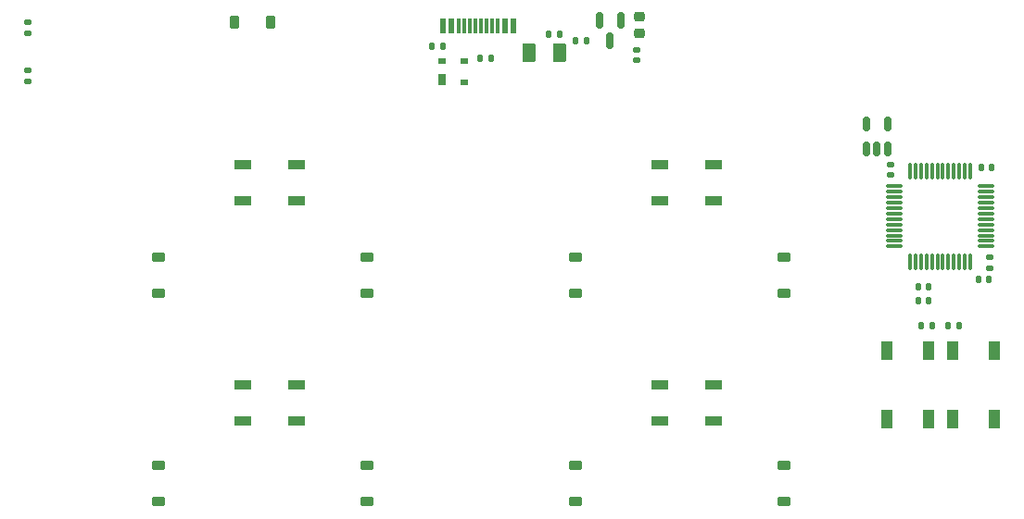
<source format=gbr>
%TF.GenerationSoftware,KiCad,Pcbnew,8.0.2-1*%
%TF.CreationDate,2024-05-13T14:31:14+01:00*%
%TF.ProjectId,Daisy V2 - STM32,44616973-7920-4563-9220-2d2053544d33,rev?*%
%TF.SameCoordinates,Original*%
%TF.FileFunction,Paste,Bot*%
%TF.FilePolarity,Positive*%
%FSLAX46Y46*%
G04 Gerber Fmt 4.6, Leading zero omitted, Abs format (unit mm)*
G04 Created by KiCad (PCBNEW 8.0.2-1) date 2024-05-13 14:31:14*
%MOMM*%
%LPD*%
G01*
G04 APERTURE LIST*
G04 Aperture macros list*
%AMRoundRect*
0 Rectangle with rounded corners*
0 $1 Rounding radius*
0 $2 $3 $4 $5 $6 $7 $8 $9 X,Y pos of 4 corners*
0 Add a 4 corners polygon primitive as box body*
4,1,4,$2,$3,$4,$5,$6,$7,$8,$9,$2,$3,0*
0 Add four circle primitives for the rounded corners*
1,1,$1+$1,$2,$3*
1,1,$1+$1,$4,$5*
1,1,$1+$1,$6,$7*
1,1,$1+$1,$8,$9*
0 Add four rect primitives between the rounded corners*
20,1,$1+$1,$2,$3,$4,$5,0*
20,1,$1+$1,$4,$5,$6,$7,0*
20,1,$1+$1,$6,$7,$8,$9,0*
20,1,$1+$1,$8,$9,$2,$3,0*%
G04 Aperture macros list end*
%ADD10RoundRect,0.140000X0.170000X-0.140000X0.170000X0.140000X-0.170000X0.140000X-0.170000X-0.140000X0*%
%ADD11RoundRect,0.075000X0.075000X-0.662500X0.075000X0.662500X-0.075000X0.662500X-0.075000X-0.662500X0*%
%ADD12RoundRect,0.075000X0.662500X-0.075000X0.662500X0.075000X-0.662500X0.075000X-0.662500X-0.075000X0*%
%ADD13RoundRect,0.225000X0.375000X-0.225000X0.375000X0.225000X-0.375000X0.225000X-0.375000X-0.225000X0*%
%ADD14R,1.500000X0.900000*%
%ADD15RoundRect,0.140000X-0.140000X-0.170000X0.140000X-0.170000X0.140000X0.170000X-0.140000X0.170000X0*%
%ADD16R,1.000000X1.700000*%
%ADD17R,0.700000X1.000000*%
%ADD18R,0.700000X0.600000*%
%ADD19RoundRect,0.140000X-0.170000X0.140000X-0.170000X-0.140000X0.170000X-0.140000X0.170000X0.140000X0*%
%ADD20RoundRect,0.225000X0.225000X0.375000X-0.225000X0.375000X-0.225000X-0.375000X0.225000X-0.375000X0*%
%ADD21RoundRect,0.150000X-0.150000X0.587500X-0.150000X-0.587500X0.150000X-0.587500X0.150000X0.587500X0*%
%ADD22RoundRect,0.150000X0.150000X-0.512500X0.150000X0.512500X-0.150000X0.512500X-0.150000X-0.512500X0*%
%ADD23RoundRect,0.135000X-0.135000X-0.185000X0.135000X-0.185000X0.135000X0.185000X-0.135000X0.185000X0*%
%ADD24RoundRect,0.250000X-0.375000X-0.625000X0.375000X-0.625000X0.375000X0.625000X-0.375000X0.625000X0*%
%ADD25RoundRect,0.135000X-0.185000X0.135000X-0.185000X-0.135000X0.185000X-0.135000X0.185000X0.135000X0*%
%ADD26RoundRect,0.140000X0.140000X0.170000X-0.140000X0.170000X-0.140000X-0.170000X0.140000X-0.170000X0*%
%ADD27RoundRect,0.135000X0.135000X0.185000X-0.135000X0.185000X-0.135000X-0.185000X0.135000X-0.185000X0*%
%ADD28R,0.600000X1.450000*%
%ADD29R,0.300000X1.450000*%
%ADD30RoundRect,0.225000X0.250000X-0.225000X0.250000X0.225000X-0.250000X0.225000X-0.250000X-0.225000X0*%
G04 APERTURE END LIST*
D10*
%TO.C,C4*%
X106282500Y-44332500D03*
X106282500Y-43372500D03*
%TD*%
D11*
%TO.C,U1*%
X113532500Y-52265000D03*
X113032500Y-52265000D03*
X112532500Y-52265000D03*
X112032500Y-52265000D03*
X111532500Y-52265000D03*
X111032500Y-52265000D03*
X110532500Y-52265000D03*
X110032500Y-52265000D03*
X109532500Y-52265000D03*
X109032500Y-52265000D03*
X108532500Y-52265000D03*
X108032500Y-52265000D03*
D12*
X106620000Y-50852500D03*
X106620000Y-50352500D03*
X106620000Y-49852500D03*
X106620000Y-49352500D03*
X106620000Y-48852500D03*
X106620000Y-48352500D03*
X106620000Y-47852500D03*
X106620000Y-47352500D03*
X106620000Y-46852500D03*
X106620000Y-46352500D03*
X106620000Y-45852500D03*
X106620000Y-45352500D03*
D11*
X108032500Y-43940000D03*
X108532500Y-43940000D03*
X109032500Y-43940000D03*
X109532500Y-43940000D03*
X110032500Y-43940000D03*
X110532500Y-43940000D03*
X111032500Y-43940000D03*
X111532500Y-43940000D03*
X112032500Y-43940000D03*
X112532500Y-43940000D03*
X113032500Y-43940000D03*
X113532500Y-43940000D03*
D12*
X114945000Y-45352500D03*
X114945000Y-45852500D03*
X114945000Y-46352500D03*
X114945000Y-46852500D03*
X114945000Y-47352500D03*
X114945000Y-47852500D03*
X114945000Y-48352500D03*
X114945000Y-48852500D03*
X114945000Y-49352500D03*
X114945000Y-49852500D03*
X114945000Y-50352500D03*
X114945000Y-50852500D03*
%TD*%
D13*
%TO.C,D2*%
X58394375Y-55168125D03*
X58394375Y-51868125D03*
%TD*%
D14*
%TO.C,LED4*%
X90080000Y-63502500D03*
X90080000Y-66802500D03*
X85180000Y-66802500D03*
X85180000Y-63502500D03*
%TD*%
D13*
%TO.C,D7*%
X77444375Y-74218125D03*
X77444375Y-70918125D03*
%TD*%
D15*
%TO.C,C3*%
X114552500Y-43602500D03*
X115512500Y-43602500D03*
%TD*%
D14*
%TO.C,LED1*%
X90080000Y-43350000D03*
X90080000Y-46650000D03*
X85180000Y-46650000D03*
X85180000Y-43350000D03*
%TD*%
D13*
%TO.C,D8*%
X96494375Y-74218125D03*
X96494375Y-70918125D03*
%TD*%
D16*
%TO.C,BOOT1*%
X111912500Y-60370000D03*
X111912500Y-66670000D03*
X115712500Y-60370000D03*
X115712500Y-66670000D03*
%TD*%
D13*
%TO.C,D4*%
X96494375Y-55168125D03*
X96494375Y-51868125D03*
%TD*%
D17*
%TO.C,U2*%
X65285000Y-35600000D03*
D18*
X65285000Y-33900000D03*
X67285000Y-33900000D03*
X67285000Y-35800000D03*
%TD*%
D19*
%TO.C,C5*%
X115282500Y-51872500D03*
X115282500Y-52832500D03*
%TD*%
D13*
%TO.C,D6*%
X58394375Y-74218125D03*
X58394375Y-70918125D03*
%TD*%
D16*
%TO.C,RST1*%
X109712500Y-66670000D03*
X109712500Y-60370000D03*
X105912500Y-66670000D03*
X105912500Y-60370000D03*
%TD*%
D13*
%TO.C,D1*%
X39344375Y-55168125D03*
X39344375Y-51868125D03*
%TD*%
D14*
%TO.C,LED3*%
X51980000Y-63502500D03*
X51980000Y-66802500D03*
X47080000Y-66802500D03*
X47080000Y-63502500D03*
%TD*%
D20*
%TO.C,D9*%
X49649375Y-30376875D03*
X46349375Y-30376875D03*
%TD*%
D21*
%TO.C,U3*%
X79679375Y-30129375D03*
X81579375Y-30129375D03*
X80629375Y-32004375D03*
%TD*%
D15*
%TO.C,C6*%
X114302500Y-53852500D03*
X115262500Y-53852500D03*
%TD*%
D22*
%TO.C,U5*%
X105971875Y-41914375D03*
X105021875Y-41914375D03*
X104071875Y-41914375D03*
X104071875Y-39639375D03*
X105971875Y-39639375D03*
%TD*%
D23*
%TO.C,R1*%
X64369375Y-32506875D03*
X65389375Y-32506875D03*
%TD*%
D19*
%TO.C,C10*%
X83029375Y-32881875D03*
X83029375Y-33841875D03*
%TD*%
D24*
%TO.C,F1*%
X73199375Y-33136875D03*
X75999375Y-33136875D03*
%TD*%
D25*
%TO.C,R6*%
X27438125Y-34701250D03*
X27438125Y-35721250D03*
%TD*%
D13*
%TO.C,D5*%
X39344375Y-74218125D03*
X39344375Y-70918125D03*
%TD*%
D26*
%TO.C,C9*%
X78449375Y-31996875D03*
X77489375Y-31996875D03*
%TD*%
%TO.C,C1*%
X109749077Y-55839077D03*
X108789077Y-55839077D03*
%TD*%
D27*
%TO.C,R4*%
X110042500Y-58102500D03*
X109022500Y-58102500D03*
%TD*%
D15*
%TO.C,C7*%
X108789077Y-54589077D03*
X109749077Y-54589077D03*
%TD*%
D14*
%TO.C,LED2*%
X51980000Y-43350000D03*
X51980000Y-46650000D03*
X47080000Y-46650000D03*
X47080000Y-43350000D03*
%TD*%
D23*
%TO.C,R2*%
X68775000Y-33600000D03*
X69795000Y-33600000D03*
%TD*%
D28*
%TO.C,J1*%
X65330000Y-30667000D03*
X66130000Y-30667000D03*
D29*
X67330000Y-30667000D03*
X68330000Y-30667000D03*
X68830000Y-30667000D03*
X69830000Y-30667000D03*
D28*
X71030000Y-30667000D03*
X71830000Y-30667000D03*
X71830000Y-30667000D03*
X71030000Y-30667000D03*
D29*
X70330000Y-30667000D03*
X69330000Y-30667000D03*
X67830000Y-30667000D03*
X66830000Y-30667000D03*
D28*
X66130000Y-30667000D03*
X65330000Y-30667000D03*
%TD*%
D27*
%TO.C,R3*%
X112542500Y-58102500D03*
X111522500Y-58102500D03*
%TD*%
D30*
%TO.C,C2*%
X83279375Y-31386875D03*
X83279375Y-29836875D03*
%TD*%
D26*
%TO.C,C8*%
X75999375Y-31456875D03*
X75039375Y-31456875D03*
%TD*%
D13*
%TO.C,D3*%
X77444375Y-55168125D03*
X77444375Y-51868125D03*
%TD*%
D25*
%TO.C,R5*%
X27438125Y-30335625D03*
X27438125Y-31355625D03*
%TD*%
M02*

</source>
